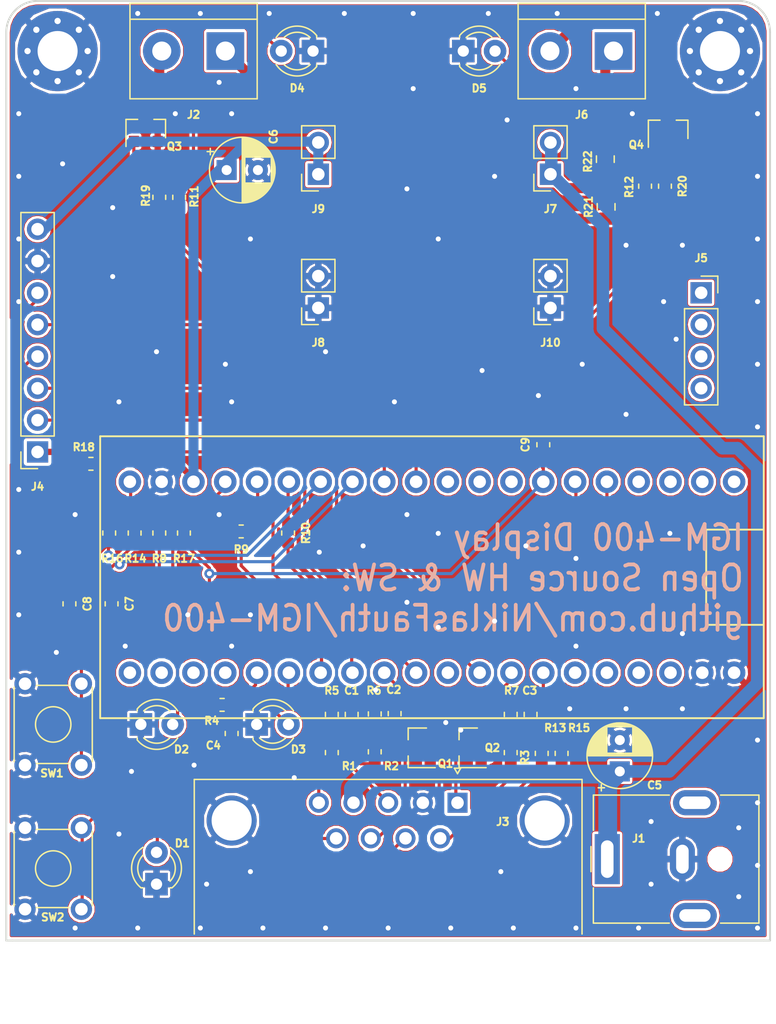
<source format=kicad_pcb>
(kicad_pcb (version 20171130) (host pcbnew 5.0.2-bee76a0~70~ubuntu18.04.1)
  (layers (0 F.Cu signal) (31 B.Cu signal) (34 B.Paste user hide) (35 F.Paste user) (36 B.SilkS user hide) (37 F.SilkS user) (38 B.Mask user) (39 F.Mask user) (44 Edge.Cuts user))
  (net 0 "")
  (net 1 "Net-(J4-Pad1)")
  (net 2 "Net-(J5-Pad1)")
  (net 3 "Net-(J5-Pad2)")
  (net 4 "Net-(J5-Pad3)")
  (net 5 "Net-(J5-Pad4)")
  (net 6 "Net-(J3-Pad1)")
  (net 7 "Net-(J3-Pad8)")
  (net 8 "Net-(U1-PadPB12)")
  (net 9 "Net-(U1-PadPB13)")
  (net 10 "Net-(U1-PadPB14)")
  (net 11 "Net-(U1-PadPB15)")
  (net 12 "Net-(U1-PadPA11)")
  (net 13 "Net-(U1-PadPA12)")
  (net 14 "Net-(U1-PadPA15)")
  (net 15 "Net-(U1-PadVBAT)")
  (net 16 "Net-(U1-PadPC13)")
  (net 17 "Net-(U1-PadPC14)")
  (net 18 "Net-(U1-PadPC15)")
  (net 19 "Net-(U1-PadPA6)")
  (net 20 "Net-(U1-PadPB10)")
  (net 21 "Net-(U1-PadPB11)")
  (net 22 "Net-(U1-PadNRST)")
  (net 23 "Net-(D1-Pad2)")
  (net 24 "Net-(D2-Pad2)")
  (net 25 "Net-(D3-Pad2)")
  (net 26 "Net-(J2-Pad1)")
  (net 27 "Net-(J2-Pad2)")
  (net 28 "Net-(J6-Pad2)")
  (net 29 "Net-(J6-Pad1)")
  (net 30 "Net-(D4-Pad2)")
  (net 31 "Net-(D5-Pad2)")
  (net 32 +24V)
  (net 33 I_LOW)
  (net 34 +3V3)
  (net 35 STATUS_OC)
  (net 36 +5V)
  (net 37 OUT1)
  (net 38 "Net-(Q3-Pad1)")
  (net 39 "Net-(Q4-Pad1)")
  (net 40 OUT2)
  (net 41 BUTTON_I)
  (net 42 "Net-(Q1-Pad1)")
  (net 43 MODE)
  (net 44 I_HIGH)
  (net 45 PWR)
  (net 46 EN)
  (net 47 "Net-(Q2-Pad1)")
  (net 48 GND)
  (net 49 B_IN)
  (net 50 A_IN)
  (net 51 A_REF)
  (net 52 DB9_REF)
  (net 53 DB9_C_IN)
  (net 54 C_IN)
  (net 55 DB9_B_IN)
  (net 56 DB9_A_IN)
  (net 57 BUTTON_PWR)
  (net 58 SCK)
  (net 59 MOSI)
  (net 60 DC)
  (net 61 RESET)
  (net 62 CS)
  (module BP:BLUEPILL (layer F.Cu) (at 83.5 101 270)
    (fp_text reference U1 hide)
    (fp_text value BP)
    (pad PB12 thru_hole circle (at -7.62 -24.13 270) (size 1.8 1.8) (drill 1) (layers *.Cu *.Mask) (net 8 "Net-(U1-PadPB12)"))
    (pad PB13 thru_hole circle (at -7.62 -21.59 270) (size 1.8 1.8) (drill 1) (layers *.Cu *.Mask) (net 9 "Net-(U1-PadPB13)"))
    (pad PB14 thru_hole circle (at -7.62 -19.05 270) (size 1.8 1.8) (drill 1) (layers *.Cu *.Mask) (net 10 "Net-(U1-PadPB14)"))
    (pad PB15 thru_hole circle (at -7.62 -16.51 270) (size 1.8 1.8) (drill 1) (layers *.Cu *.Mask) (net 11 "Net-(U1-PadPB15)"))
    (pad PA8 thru_hole circle (at -7.62 -13.97 270) (size 1.8 1.8) (drill 1) (layers *.Cu *.Mask) (net 46 EN))
    (pad PA9 thru_hole circle (at -7.62 -11.43 270) (size 1.8 1.8) (drill 1) (layers *.Cu *.Mask) (net 43 MODE))
    (pad PA10 thru_hole circle (at -7.62 -8.89 270) (size 1.8 1.8) (drill 1) (layers *.Cu *.Mask) (net 35 STATUS_OC))
    (pad PA11 thru_hole circle (at -7.62 -6.35 270) (size 1.8 1.8) (drill 1) (layers *.Cu *.Mask) (net 12 "Net-(U1-PadPA11)"))
    (pad PA12 thru_hole circle (at -7.62 -3.81 270) (size 1.8 1.8) (drill 1) (layers *.Cu *.Mask) (net 13 "Net-(U1-PadPA12)"))
    (pad PA15 thru_hole circle (at -7.62 -1.27 270) (size 1.8 1.8) (drill 1) (layers *.Cu *.Mask) (net 14 "Net-(U1-PadPA15)"))
    (pad PB3 thru_hole circle (at -7.62 1.27 270) (size 1.8 1.8) (drill 1) (layers *.Cu *.Mask) (net 40 OUT2))
    (pad PB4 thru_hole circle (at -7.62 3.81 270) (size 1.8 1.8) (drill 1) (layers *.Cu *.Mask) (net 37 OUT1))
    (pad PB5 thru_hole circle (at -7.62 6.35 270) (size 1.8 1.8) (drill 1) (layers *.Cu *.Mask) (net 41 BUTTON_I))
    (pad PB6 thru_hole circle (at -7.62 8.89 270) (size 1.8 1.8) (drill 1) (layers *.Cu *.Mask) (net 57 BUTTON_PWR))
    (pad PB7 thru_hole circle (at -7.62 11.43 270) (size 1.8 1.8) (drill 1) (layers *.Cu *.Mask) (net 44 I_HIGH))
    (pad PB8 thru_hole circle (at -7.62 13.97 270) (size 1.8 1.8) (drill 1) (layers *.Cu *.Mask) (net 33 I_LOW))
    (pad PB9 thru_hole circle (at -7.62 16.51 270) (size 1.8 1.8) (drill 1) (layers *.Cu *.Mask) (net 45 PWR))
    (pad G thru_hole circle (at -7.62 21.59 270) (size 1.8 1.8) (drill 1) (layers *.Cu *.Mask) (net 48 GND))
    (pad 3V3 thru_hole circle (at -7.62 24.13 270) (size 1.8 1.8) (drill 1) (layers *.Cu *.Mask) (net 34 +3V3))
    (pad VBAT thru_hole circle (at 7.62 24.13 270) (size 1.8 1.8) (drill 1) (layers *.Cu *.Mask) (net 15 "Net-(U1-PadVBAT)"))
    (pad PC13 thru_hole circle (at 7.62 21.59 270) (size 1.8 1.8) (drill 1) (layers *.Cu *.Mask) (net 16 "Net-(U1-PadPC13)"))
    (pad PC14 thru_hole circle (at 7.62 19.05 270) (size 1.8 1.8) (drill 1) (layers *.Cu *.Mask) (net 17 "Net-(U1-PadPC14)"))
    (pad PC15 thru_hole circle (at 7.62 16.51 270) (size 1.8 1.8) (drill 1) (layers *.Cu *.Mask) (net 18 "Net-(U1-PadPC15)"))
    (pad PA0 thru_hole circle (at 7.62 13.97 270) (size 1.8 1.8) (drill 1) (layers *.Cu *.Mask) (net 51 A_REF))
    (pad PA1 thru_hole circle (at 7.62 11.43 270) (size 1.8 1.8) (drill 1) (layers *.Cu *.Mask) (net 50 A_IN))
    (pad PA2 thru_hole circle (at 7.62 8.89 270) (size 1.8 1.8) (drill 1) (layers *.Cu *.Mask) (net 62 CS))
    (pad PA3 thru_hole circle (at 7.62 6.35 270) (size 1.8 1.8) (drill 1) (layers *.Cu *.Mask) (net 60 DC))
    (pad PA4 thru_hole circle (at 7.62 3.81 270) (size 1.8 1.8) (drill 1) (layers *.Cu *.Mask) (net 61 RESET))
    (pad PA5 thru_hole circle (at 7.62 1.27 270) (size 1.8 1.8) (drill 1) (layers *.Cu *.Mask) (net 58 SCK))
    (pad PA6 thru_hole circle (at 7.62 -1.27 270) (size 1.8 1.8) (drill 1) (layers *.Cu *.Mask) (net 19 "Net-(U1-PadPA6)"))
    (pad PA7 thru_hole circle (at 7.62 -3.81 270) (size 1.8 1.8) (drill 1) (layers *.Cu *.Mask) (net 59 MOSI))
    (pad PB0 thru_hole circle (at 7.62 -6.35 270) (size 1.8 1.8) (drill 1) (layers *.Cu *.Mask) (net 49 B_IN))
    (pad PB1 thru_hole circle (at 7.62 -8.89 270) (size 1.8 1.8) (drill 1) (layers *.Cu *.Mask) (net 54 C_IN))
    (pad PB10 thru_hole circle (at 7.62 -11.43 270) (size 1.8 1.8) (drill 1) (layers *.Cu *.Mask) (net 20 "Net-(U1-PadPB10)"))
    (pad PB11 thru_hole circle (at 7.62 -13.97 270) (size 1.8 1.8) (drill 1) (layers *.Cu *.Mask) (net 21 "Net-(U1-PadPB11)"))
    (pad NRST thru_hole circle (at 7.62 -16.51 270) (size 1.8 1.8) (drill 1) (layers *.Cu *.Mask) (net 22 "Net-(U1-PadNRST)"))
    (pad 3V3 thru_hole circle (at 7.62 -19.05 270) (size 1.8 1.8) (drill 1) (layers *.Cu *.Mask) (net 34 +3V3))
    (pad G thru_hole circle (at 7.62 -21.59 270) (size 1.8 1.8) (drill 1) (layers *.Cu *.Mask) (net 48 GND))
    (pad G thru_hole circle (at 7.62 -24.13 270) (size 1.8 1.8) (drill 1) (layers *.Cu *.Mask) (net 48 GND))
    (pad 5V thru_hole circle (at -7.62 19.05 270) (size 1.8 1.8) (drill 1) (layers *.Cu *.Mask) (net 36 +5V))
  )
  (module MountingHole:MountingHole_3.2mm_M3_Pad_Via (layer F.Cu) (at 53.6 59)
    (fp_text reference H1 hide)
    (fp_text value MountingHole_Pad)
    (pad 1 thru_hole circle (at 1.697056 -1.697056) (size 0.8 0.8) (drill 0.5) (layers *.Cu *.Mask) (net 48 GND))
    (pad 1 thru_hole circle (at 0 -2.4) (size 0.8 0.8) (drill 0.5) (layers *.Cu *.Mask) (net 48 GND))
    (pad 1 thru_hole circle (at -1.697056 -1.697056) (size 0.8 0.8) (drill 0.5) (layers *.Cu *.Mask) (net 48 GND))
    (pad 1 thru_hole circle (at -2.4 0) (size 0.8 0.8) (drill 0.5) (layers *.Cu *.Mask) (net 48 GND))
    (pad 1 thru_hole circle (at -1.697056 1.697056) (size 0.8 0.8) (drill 0.5) (layers *.Cu *.Mask) (net 48 GND))
    (pad 1 thru_hole circle (at 0 2.4) (size 0.8 0.8) (drill 0.5) (layers *.Cu *.Mask) (net 48 GND))
    (pad 1 thru_hole circle (at 1.697056 1.697056) (size 0.8 0.8) (drill 0.5) (layers *.Cu *.Mask) (net 48 GND))
    (pad 1 thru_hole circle (at 2.4 0) (size 0.8 0.8) (drill 0.5) (layers *.Cu *.Mask) (net 48 GND))
    (pad 1 thru_hole circle (at 0 0) (size 6.4 6.4) (drill 3.2) (layers *.Cu *.Mask) (net 48 GND))
  )
  (module MountingHole:MountingHole_3.2mm_M3_Pad_Via (layer F.Cu) (at 106.5 59)
    (fp_text reference H2 hide)
    (fp_text value MountingHole_Pad)
    (pad 1 thru_hole circle (at 0 0) (size 6.4 6.4) (drill 3.2) (layers *.Cu *.Mask) (net 48 GND))
    (pad 1 thru_hole circle (at 2.4 0) (size 0.8 0.8) (drill 0.5) (layers *.Cu *.Mask) (net 48 GND))
    (pad 1 thru_hole circle (at 1.697056 1.697056) (size 0.8 0.8) (drill 0.5) (layers *.Cu *.Mask) (net 48 GND))
    (pad 1 thru_hole circle (at 0 2.4) (size 0.8 0.8) (drill 0.5) (layers *.Cu *.Mask) (net 48 GND))
    (pad 1 thru_hole circle (at -1.697056 1.697056) (size 0.8 0.8) (drill 0.5) (layers *.Cu *.Mask) (net 48 GND))
    (pad 1 thru_hole circle (at -2.4 0) (size 0.8 0.8) (drill 0.5) (layers *.Cu *.Mask) (net 48 GND))
    (pad 1 thru_hole circle (at -1.697056 -1.697056) (size 0.8 0.8) (drill 0.5) (layers *.Cu *.Mask) (net 48 GND))
    (pad 1 thru_hole circle (at 0 -2.4) (size 0.8 0.8) (drill 0.5) (layers *.Cu *.Mask) (net 48 GND))
    (pad 1 thru_hole circle (at 1.697056 -1.697056) (size 0.8 0.8) (drill 0.5) (layers *.Cu *.Mask) (net 48 GND))
  )
  (module Capacitor_SMD:C_0603_1608Metric (layer F.Cu) (at 77.089 111.9505 90)
    (fp_text reference C1 (at 1.905 0 180) (layer F.SilkS) (effects (font (size 0.6 0.6))))
    (fp_text value 1n)
    (pad 1 smd roundrect (at -0.7875 0 90) (size 0.875 0.95) (layers F.Cu F.Paste F.Mask) (net 50 A_IN))
    (pad 2 smd roundrect (at 0.7875 0 90) (size 0.875 0.95) (layers F.Cu F.Paste F.Mask) (net 48 GND))
  )
  (module Capacitor_SMD:C_0603_1608Metric (layer F.Cu) (at 91.3765 111.9505 90)
    (fp_text reference C3 (at 1.905 -0.0635 180) (layer F.SilkS) (effects (font (size 0.6 0.6))))
    (fp_text value 1n)
    (pad 2 smd roundrect (at 0.7875 0 90) (size 0.875 0.95) (layers F.Cu F.Paste F.Mask) (net 48 GND))
    (pad 1 smd roundrect (at -0.7875 0 90) (size 0.875 0.95) (layers F.Cu F.Paste F.Mask) (net 54 C_IN))
  )
  (module Capacitor_SMD:C_0603_1608Metric (layer F.Cu) (at 67.5005 113.4745 270)
    (fp_text reference C4 (at 0.9525 1.4605) (layer F.SilkS) (effects (font (size 0.6 0.6))))
    (fp_text value 1n)
    (pad 1 smd roundrect (at -0.7875 0 270) (size 0.875 0.95) (layers F.Cu F.Paste F.Mask) (net 51 A_REF))
    (pad 2 smd roundrect (at 0.7875 0 270) (size 0.875 0.95) (layers F.Cu F.Paste F.Mask) (net 48 GND))
  )
  (module Capacitor_SMD:C_0603_1608Metric (layer F.Cu) (at 57.912 103.124 270)
    (fp_text reference C7 (at 0 -1.43 270) (layer F.SilkS) (effects (font (size 0.6 0.6))))
    (fp_text value 1n)
    (pad 2 smd roundrect (at 0.7875 0 270) (size 0.875 0.95) (layers F.Cu F.Paste F.Mask) (net 48 GND))
    (pad 1 smd roundrect (at -0.7875 0 270) (size 0.875 0.95) (layers F.Cu F.Paste F.Mask) (net 41 BUTTON_I))
  )
  (module Capacitor_SMD:C_0603_1608Metric (layer F.Cu) (at 54.5465 103.124 270)
    (fp_text reference C8 (at 0 -1.43 270) (layer F.SilkS) (effects (font (size 0.6 0.6))))
    (fp_text value 1n)
    (pad 1 smd roundrect (at -0.7875 0 270) (size 0.875 0.95) (layers F.Cu F.Paste F.Mask) (net 57 BUTTON_PWR))
    (pad 2 smd roundrect (at 0.7875 0 270) (size 0.875 0.95) (layers F.Cu F.Paste F.Mask) (net 48 GND))
  )
  (module Capacitor_SMD:C_0603_1608Metric (layer F.Cu) (at 92.3925 90.424 90)
    (fp_text reference C9 (at 0 -1.43 90) (layer F.SilkS) (effects (font (size 0.6 0.6))))
    (fp_text value 1n)
    (pad 2 smd roundrect (at 0.7875 0 90) (size 0.875 0.95) (layers F.Cu F.Paste F.Mask) (net 48 GND))
    (pad 1 smd roundrect (at -0.7875 0 90) (size 0.875 0.95) (layers F.Cu F.Paste F.Mask) (net 35 STATUS_OC))
  )
  (module Capacitor_SMD:C_0603_1608Metric (layer F.Cu) (at 80.518 111.887 90)
    (fp_text reference C2 (at 1.905 -0.0635 180) (layer F.SilkS) (effects (font (size 0.6 0.6))))
    (fp_text value 1n)
    (pad 1 smd roundrect (at -0.7875 0 90) (size 0.875 0.95) (layers F.Cu F.Paste F.Mask) (net 49 B_IN))
    (pad 2 smd roundrect (at 0.7875 0 90) (size 0.875 0.95) (layers F.Cu F.Paste F.Mask) (net 48 GND))
  )
  (module Capacitor_THT:CP_Radial_D5.0mm_P2.50mm (layer F.Cu) (at 98.5 116.5 90)
    (fp_text reference C5 (at -1.102 2.7825 180) (layer F.SilkS) (effects (font (size 0.6 0.6))))
    (fp_text value 22u)
    (pad 2 thru_hole circle (at 2.5 0 90) (size 1.6 1.6) (drill 0.8) (layers *.Cu *.Mask) (net 48 GND))
    (pad 1 thru_hole rect (at 0 0 90) (size 1.6 1.6) (drill 0.8) (layers *.Cu *.Mask) (net 32 +24V))
  )
  (module Capacitor_THT:CP_Radial_D5.0mm_P2.50mm (layer F.Cu) (at 67.1 68.5)
    (fp_text reference C6 (at 3.7465 -2.667 -270) (layer F.SilkS) (effects (font (size 0.6 0.6))))
    (fp_text value 220u)
    (pad 1 thru_hole rect (at 0 0) (size 1.6 1.6) (drill 0.8) (layers *.Cu *.Mask) (net 36 +5V))
    (pad 2 thru_hole circle (at 2.5 0) (size 1.6 1.6) (drill 0.8) (layers *.Cu *.Mask) (net 48 GND))
  )
  (module Connector_PinSocket_2.54mm:PinSocket_1x02_P2.54mm_Vertical (layer F.Cu) (at 92.964 68.834 180)
    (fp_text reference J7 (at 0 -2.77 180) (layer F.SilkS) (effects (font (size 0.6 0.6))))
    (fp_text value Conn_01x02)
    (pad 2 thru_hole oval (at 0 2.54 180) (size 1.7 1.7) (drill 1) (layers *.Cu *.Mask) (net 32 +24V))
    (pad 1 thru_hole rect (at 0 0 180) (size 1.7 1.7) (drill 1) (layers *.Cu *.Mask) (net 32 +24V))
  )
  (module Connector_PinSocket_2.54mm:PinSocket_1x02_P2.54mm_Vertical (layer F.Cu) (at 74.422 68.834 180)
    (fp_text reference J9 (at 0 -2.77 180) (layer F.SilkS) (effects (font (size 0.6 0.6))))
    (fp_text value Conn_01x02)
    (pad 1 thru_hole rect (at 0 0 180) (size 1.7 1.7) (drill 1) (layers *.Cu *.Mask) (net 36 +5V))
    (pad 2 thru_hole oval (at 0 2.54 180) (size 1.7 1.7) (drill 1) (layers *.Cu *.Mask) (net 36 +5V))
  )
  (module Connector_PinSocket_2.54mm:PinSocket_1x02_P2.54mm_Vertical (layer F.Cu) (at 92.963999 79.502 180)
    (fp_text reference J10 (at 0 -2.77 180) (layer F.SilkS) (effects (font (size 0.6 0.6))))
    (fp_text value Conn_01x02)
    (pad 2 thru_hole oval (at 0 2.54 180) (size 1.7 1.7) (drill 1) (layers *.Cu *.Mask) (net 48 GND))
    (pad 1 thru_hole rect (at 0 0 180) (size 1.7 1.7) (drill 1) (layers *.Cu *.Mask) (net 48 GND))
  )
  (module Connector_PinSocket_2.54mm:PinSocket_1x02_P2.54mm_Vertical (layer F.Cu) (at 74.422 79.501999 180)
    (fp_text reference J8 (at 0 -2.77 180) (layer F.SilkS) (effects (font (size 0.6 0.6))))
    (fp_text value Conn_01x02)
    (pad 1 thru_hole rect (at 0 0 180) (size 1.7 1.7) (drill 1) (layers *.Cu *.Mask) (net 48 GND))
    (pad 2 thru_hole oval (at 0 2.54 180) (size 1.7 1.7) (drill 1) (layers *.Cu *.Mask) (net 48 GND))
  )
  (module Package_TO_SOT_SMD:SOT-23 (layer F.Cu) (at 86.4235 114.6175 180)
    (fp_text reference Q2 (at -1.905 0 180) (layer F.SilkS) (effects (font (size 0.6 0.6))))
    (fp_text value 2N7002)
    (pad 3 smd rect (at 1 0 180) (size 0.9 0.8) (layers F.Cu F.Paste F.Mask) (net 6 "Net-(J3-Pad1)"))
    (pad 2 smd rect (at -1 0.95 180) (size 0.9 0.8) (layers F.Cu F.Paste F.Mask) (net 48 GND))
    (pad 1 smd rect (at -1 -0.95 180) (size 0.9 0.8) (layers F.Cu F.Paste F.Mask) (net 47 "Net-(Q2-Pad1)"))
  )
  (module Package_TO_SOT_SMD:SOT-23 (layer F.Cu) (at 82.3595 114.6175 180)
    (fp_text reference Q1 (at -2.2225 -1.27 180) (layer F.SilkS) (effects (font (size 0.6 0.6))))
    (fp_text value 2N7002)
    (pad 1 smd rect (at -1 -0.95 180) (size 0.9 0.8) (layers F.Cu F.Paste F.Mask) (net 42 "Net-(Q1-Pad1)"))
    (pad 2 smd rect (at -1 0.95 180) (size 0.9 0.8) (layers F.Cu F.Paste F.Mask) (net 48 GND))
    (pad 3 smd rect (at 1 0 180) (size 0.9 0.8) (layers F.Cu F.Paste F.Mask) (net 7 "Net-(J3-Pad8)"))
  )
  (module Package_TO_SOT_SMD:SOT-23 (layer F.Cu) (at 60.6425 65.2145 90)
    (fp_text reference Q3 (at -1.397 2.286 180) (layer F.SilkS) (effects (font (size 0.6 0.6))))
    (fp_text value 2N7002)
    (pad 3 smd rect (at 1 0 90) (size 0.9 0.8) (layers F.Cu F.Paste F.Mask) (net 27 "Net-(J2-Pad2)"))
    (pad 2 smd rect (at -1 0.95 90) (size 0.9 0.8) (layers F.Cu F.Paste F.Mask) (net 48 GND))
    (pad 1 smd rect (at -1 -0.95 90) (size 0.9 0.8) (layers F.Cu F.Paste F.Mask) (net 38 "Net-(Q3-Pad1)"))
  )
  (module Package_TO_SOT_SMD:SOT-23 (layer F.Cu) (at 102.362 65.278 90)
    (fp_text reference Q4 (at -1.2065 -2.54 180) (layer F.SilkS) (effects (font (size 0.6 0.6))))
    (fp_text value 2N7002)
    (pad 1 smd rect (at -1 -0.95 90) (size 0.9 0.8) (layers F.Cu F.Paste F.Mask) (net 39 "Net-(Q4-Pad1)"))
    (pad 2 smd rect (at -1 0.95 90) (size 0.9 0.8) (layers F.Cu F.Paste F.Mask) (net 48 GND))
    (pad 3 smd rect (at 1 0 90) (size 0.9 0.8) (layers F.Cu F.Paste F.Mask) (net 28 "Net-(J6-Pad2)"))
  )
  (module Resistor_SMD:R_0603_1608Metric (layer F.Cu) (at 89.789 111.9505 270)
    (fp_text reference R7 (at -1.905 -0.0635) (layer F.SilkS) (effects (font (size 0.6 0.6))))
    (fp_text value 100)
    (pad 2 smd roundrect (at 0.7875 0 270) (size 0.875 0.95) (layers F.Cu F.Paste F.Mask) (net 54 C_IN))
    (pad 1 smd roundrect (at -0.7875 0 270) (size 0.875 0.95) (layers F.Cu F.Paste F.Mask) (net 48 GND))
  )
  (module Resistor_SMD:R_0603_1608Metric (layer F.Cu) (at 57.7215 97.4725 90)
    (fp_text reference R16 (at -2.032 0.254 180) (layer F.SilkS) (effects (font (size 0.6 0.6))))
    (fp_text value 10k)
    (pad 1 smd roundrect (at -0.7875 0 90) (size 0.875 0.95) (layers F.Cu F.Paste F.Mask) (net 57 BUTTON_PWR))
    (pad 2 smd roundrect (at 0.7875 0 90) (size 0.875 0.95) (layers F.Cu F.Paste F.Mask) (net 34 +3V3))
  )
  (module Resistor_SMD:R_0603_1608Metric (layer F.Cu) (at 75.5015 114.9985 270)
    (fp_text reference R1 (at 1.0795 -1.397) (layer F.SilkS) (effects (font (size 0.6 0.6))))
    (fp_text value 100)
    (pad 2 smd roundrect (at 0.7875 0 270) (size 0.875 0.95) (layers F.Cu F.Paste F.Mask) (net 56 DB9_A_IN))
    (pad 1 smd roundrect (at -0.7875 0 270) (size 0.875 0.95) (layers F.Cu F.Paste F.Mask) (net 50 A_IN))
  )
  (module Resistor_SMD:R_0603_1608Metric (layer F.Cu) (at 78.9305 114.935 270)
    (fp_text reference R2 (at 1.143 -1.3335) (layer F.SilkS) (effects (font (size 0.6 0.6))))
    (fp_text value 100)
    (pad 1 smd roundrect (at -0.7875 0 270) (size 0.875 0.95) (layers F.Cu F.Paste F.Mask) (net 49 B_IN))
    (pad 2 smd roundrect (at 0.7875 0 270) (size 0.875 0.95) (layers F.Cu F.Paste F.Mask) (net 55 DB9_B_IN))
  )
  (module Resistor_SMD:R_0603_1608Metric (layer F.Cu) (at 89.789 114.9985 270)
    (fp_text reference R3 (at 0.381 -1.143 270) (layer F.SilkS) (effects (font (size 0.6 0.6))))
    (fp_text value 100)
    (pad 2 smd roundrect (at 0.7875 0 270) (size 0.875 0.95) (layers F.Cu F.Paste F.Mask) (net 53 DB9_C_IN))
    (pad 1 smd roundrect (at -0.7875 0 270) (size 0.875 0.95) (layers F.Cu F.Paste F.Mask) (net 54 C_IN))
  )
  (module Resistor_SMD:R_0603_1608Metric (layer F.Cu) (at 66.7385 111.1885 180)
    (fp_text reference R4 (at 0.8255 -1.27 180) (layer F.SilkS) (effects (font (size 0.6 0.6))))
    (fp_text value 100)
    (pad 1 smd roundrect (at -0.7875 0 180) (size 0.875 0.95) (layers F.Cu F.Paste F.Mask) (net 51 A_REF))
    (pad 2 smd roundrect (at 0.7875 0 180) (size 0.875 0.95) (layers F.Cu F.Paste F.Mask) (net 52 DB9_REF))
  )
  (module Resistor_SMD:R_0603_1608Metric (layer F.Cu) (at 75.5015 111.9505 270)
    (fp_text reference R5 (at -1.905 0) (layer F.SilkS) (effects (font (size 0.6 0.6))))
    (fp_text value 100)
    (pad 2 smd roundrect (at 0.7875 0 270) (size 0.875 0.95) (layers F.Cu F.Paste F.Mask) (net 50 A_IN))
    (pad 1 smd roundrect (at -0.7875 0 270) (size 0.875 0.95) (layers F.Cu F.Paste F.Mask) (net 48 GND))
  )
  (module Resistor_SMD:R_0603_1608Metric (layer F.Cu) (at 78.9305 111.912501 270)
    (fp_text reference R6 (at -1.867001 0.0635) (layer F.SilkS) (effects (font (size 0.6 0.6))))
    (fp_text value 100)
    (pad 1 smd roundrect (at -0.7875 0 270) (size 0.875 0.95) (layers F.Cu F.Paste F.Mask) (net 48 GND))
    (pad 2 smd roundrect (at 0.7875 0 270) (size 0.875 0.95) (layers F.Cu F.Paste F.Mask) (net 49 B_IN))
  )
  (module Resistor_SMD:R_0603_1608Metric (layer F.Cu) (at 93.853 115.062 90)
    (fp_text reference R15 (at 2.032 1.397 180) (layer F.SilkS) (effects (font (size 0.6 0.6))))
    (fp_text value 10k)
    (pad 2 smd roundrect (at 0.7875 0 90) (size 0.875 0.95) (layers F.Cu F.Paste F.Mask) (net 46 EN))
    (pad 1 smd roundrect (at -0.7875 0 90) (size 0.875 0.95) (layers F.Cu F.Paste F.Mask) (net 47 "Net-(Q2-Pad1)"))
  )
  (module Resistor_SMD:R_0603_1608Metric (layer F.Cu) (at 61.722 97.4725 270)
    (fp_text reference R8 (at 2.032 0) (layer F.SilkS) (effects (font (size 0.6 0.6))))
    (fp_text value 470)
    (pad 1 smd roundrect (at -0.7875 0 270) (size 0.875 0.95) (layers F.Cu F.Paste F.Mask) (net 45 PWR))
    (pad 2 smd roundrect (at 0.7875 0 270) (size 0.875 0.95) (layers F.Cu F.Paste F.Mask) (net 23 "Net-(D1-Pad2)"))
  )
  (module Resistor_SMD:R_0603_1608Metric (layer F.Cu) (at 72.009 97.4725 270)
    (fp_text reference R10 (at 0 -1.43 270) (layer F.SilkS) (effects (font (size 0.6 0.6))))
    (fp_text value 470)
    (pad 2 smd roundrect (at 0.7875 0 270) (size 0.875 0.95) (layers F.Cu F.Paste F.Mask) (net 25 "Net-(D3-Pad2)"))
    (pad 1 smd roundrect (at -0.7875 0 270) (size 0.875 0.95) (layers F.Cu F.Paste F.Mask) (net 44 I_HIGH))
  )
  (module Resistor_SMD:R_0603_1608Metric (layer F.Cu) (at 63.3095 70.6755 90)
    (fp_text reference R11 (at 0.0635 1.2065 90) (layer F.SilkS) (effects (font (size 0.6 0.6))))
    (fp_text value 470)
    (pad 1 smd roundrect (at -0.7875 0 90) (size 0.875 0.95) (layers F.Cu F.Paste F.Mask) (net 37 OUT1))
    (pad 2 smd roundrect (at 0.7875 0 90) (size 0.875 0.95) (layers F.Cu F.Paste F.Mask) (net 30 "Net-(D4-Pad2)"))
  )
  (module Resistor_SMD:R_0603_1608Metric (layer F.Cu) (at 100.5205 69.7865 90)
    (fp_text reference R12 (at -0.0635 -1.27 90) (layer F.SilkS) (effects (font (size 0.6 0.6))))
    (fp_text value 470)
    (pad 2 smd roundrect (at 0.7875 0 90) (size 0.875 0.95) (layers F.Cu F.Paste F.Mask) (net 31 "Net-(D5-Pad2)"))
    (pad 1 smd roundrect (at -0.7875 0 90) (size 0.875 0.95) (layers F.Cu F.Paste F.Mask) (net 40 OUT2))
  )
  (module Resistor_SMD:R_0603_1608Metric (layer F.Cu) (at 92.2655 115.062 90)
    (fp_text reference R13 (at 2.032 1.0795 180) (layer F.SilkS) (effects (font (size 0.6 0.6))))
    (fp_text value 10k)
    (pad 1 smd roundrect (at -0.7875 0 90) (size 0.875 0.95) (layers F.Cu F.Paste F.Mask) (net 42 "Net-(Q1-Pad1)"))
    (pad 2 smd roundrect (at 0.7875 0 90) (size 0.875 0.95) (layers F.Cu F.Paste F.Mask) (net 43 MODE))
  )
  (module Resistor_SMD:R_0603_1608Metric (layer F.Cu) (at 59.7535 97.4725 90)
    (fp_text reference R14 (at -2.032 0.0635 180) (layer F.SilkS) (effects (font (size 0.6 0.6))))
    (fp_text value 10k)
    (pad 2 smd roundrect (at 0.7875 0 90) (size 0.875 0.95) (layers F.Cu F.Paste F.Mask) (net 34 +3V3))
    (pad 1 smd roundrect (at -0.7875 0 90) (size 0.875 0.95) (layers F.Cu F.Paste F.Mask) (net 41 BUTTON_I))
  )
  (module Resistor_SMD:R_0603_1608Metric (layer F.Cu) (at 102.108 69.7865 270)
    (fp_text reference R20 (at 0 -1.397 270) (layer F.SilkS) (effects (font (size 0.6 0.6))))
    (fp_text value 10k)
    (pad 1 smd roundrect (at -0.7875 0 270) (size 0.875 0.95) (layers F.Cu F.Paste F.Mask) (net 39 "Net-(Q4-Pad1)"))
    (pad 2 smd roundrect (at 0.7875 0 270) (size 0.875 0.95) (layers F.Cu F.Paste F.Mask) (net 40 OUT2))
  )
  (module Resistor_SMD:R_0603_1608Metric (layer F.Cu) (at 61.722 70.6755 270)
    (fp_text reference R19 (at -0.127 1.0795 270) (layer F.SilkS) (effects (font (size 0.6 0.6))))
    (fp_text value 10k)
    (pad 2 smd roundrect (at 0.7875 0 270) (size 0.875 0.95) (layers F.Cu F.Paste F.Mask) (net 37 OUT1))
    (pad 1 smd roundrect (at -0.7875 0 270) (size 0.875 0.95) (layers F.Cu F.Paste F.Mask) (net 38 "Net-(Q3-Pad1)"))
  )
  (module Resistor_SMD:R_0603_1608Metric (layer F.Cu) (at 56.261 91.948)
    (fp_text reference R18 (at -0.5715 -1.3335) (layer F.SilkS) (effects (font (size 0.6 0.6))))
    (fp_text value 10R)
    (pad 1 smd roundrect (at -0.7875 0) (size 0.875 0.95) (layers F.Cu F.Paste F.Mask) (net 1 "Net-(J4-Pad1)"))
    (pad 2 smd roundrect (at 0.7875 0) (size 0.875 0.95) (layers F.Cu F.Paste F.Mask) (net 36 +5V))
  )
  (module Resistor_SMD:R_0603_1608Metric (layer F.Cu) (at 63.6905 97.4725 90)
    (fp_text reference R17 (at -2.032 0 180) (layer F.SilkS) (effects (font (size 0.6 0.6))))
    (fp_text value 10k)
    (pad 2 smd roundrect (at 0.7875 0 90) (size 0.875 0.95) (layers F.Cu F.Paste F.Mask) (net 34 +3V3))
    (pad 1 smd roundrect (at -0.7875 0 90) (size 0.875 0.95) (layers F.Cu F.Paste F.Mask) (net 35 STATUS_OC))
  )
  (module Resistor_SMD:R_0603_1608Metric (layer F.Cu) (at 68.2625 97.3455 180)
    (fp_text reference R9 (at 0 -1.43 180) (layer F.SilkS) (effects (font (size 0.6 0.6))))
    (fp_text value 470)
    (pad 1 smd roundrect (at -0.7875 0 180) (size 0.875 0.95) (layers F.Cu F.Paste F.Mask) (net 33 I_LOW))
    (pad 2 smd roundrect (at 0.7875 0 180) (size 0.875 0.95) (layers F.Cu F.Paste F.Mask) (net 24 "Net-(D2-Pad2)"))
  )
  (module Resistor_SMD:R_0805_2012Metric (layer F.Cu) (at 97.3455 67.6275 270)
    (fp_text reference R22 (at 0.1905 1.397 270) (layer F.SilkS) (effects (font (size 0.6 0.6))))
    (fp_text value 0R)
    (pad 2 smd roundrect (at 0.9375 0 270) (size 0.975 1.4) (layers F.Cu F.Paste F.Mask) (net 32 +24V))
    (pad 1 smd roundrect (at -0.9375 0 270) (size 0.975 1.4) (layers F.Cu F.Paste F.Mask) (net 29 "Net-(J6-Pad1)"))
  )
  (module Resistor_SMD:R_0805_2012Metric (layer F.Cu) (at 97.409 71.4375 90)
    (fp_text reference R21 (at 0 -1.397 90) (layer F.SilkS) (effects (font (size 0.6 0.6))))
    (fp_text value 0R)
    (pad 1 smd roundrect (at -0.9375 0 90) (size 0.975 1.4) (layers F.Cu F.Paste F.Mask) (net 26 "Net-(J2-Pad1)"))
    (pad 2 smd roundrect (at 0.9375 0 90) (size 0.975 1.4) (layers F.Cu F.Paste F.Mask) (net 32 +24V))
  )
  (module LED_THT:LED_D3.0mm (layer F.Cu) (at 86 59)
    (fp_text reference D5 (at 1.27 2.976) (layer F.SilkS) (effects (font (size 0.6 0.6))))
    (fp_text value LED)
    (pad 2 thru_hole circle (at 2.54 0) (size 1.8 1.8) (drill 0.9) (layers *.Cu *.Mask) (net 31 "Net-(D5-Pad2)"))
    (pad 1 thru_hole rect (at 0 0) (size 1.8 1.8) (drill 0.9) (layers *.Cu *.Mask) (net 48 GND))
  )
  (module LED_THT:LED_D3.0mm (layer F.Cu) (at 74 59 180)
    (fp_text reference D4 (at 1.27 -2.96 180) (layer F.SilkS) (effects (font (size 0.6 0.6))))
    (fp_text value LED)
    (pad 1 thru_hole rect (at 0 0 180) (size 1.8 1.8) (drill 0.9) (layers *.Cu *.Mask) (net 48 GND))
    (pad 2 thru_hole circle (at 2.54 0 180) (size 1.8 1.8) (drill 0.9) (layers *.Cu *.Mask) (net 30 "Net-(D4-Pad2)"))
  )
  (module TerminalBlock:TerminalBlock_bornier-2_P5.08mm (layer F.Cu) (at 98 59 180)
    (fp_text reference J6 (at 2.54 -5.08 180) (layer F.SilkS) (effects (font (size 0.6 0.6))))
    (fp_text value Screw_Terminal_01x02)
    (pad 2 thru_hole circle (at 5.08 0 180) (size 3 3) (drill 1.52) (layers *.Cu *.Mask) (net 28 "Net-(J6-Pad2)"))
    (pad 1 thru_hole rect (at 0 0 180) (size 3 3) (drill 1.52) (layers *.Cu *.Mask) (net 29 "Net-(J6-Pad1)"))
  )
  (module TerminalBlock:TerminalBlock_bornier-2_P5.08mm (layer F.Cu) (at 67 59 180)
    (fp_text reference J2 (at 2.54 -5.08 180) (layer F.SilkS) (effects (font (size 0.6 0.6))))
    (fp_text value Screw_Terminal_01x02)
    (pad 1 thru_hole rect (at 0 0 180) (size 3 3) (drill 1.52) (layers *.Cu *.Mask) (net 26 "Net-(J2-Pad1)"))
    (pad 2 thru_hole circle (at 5.08 0 180) (size 3 3) (drill 1.52) (layers *.Cu *.Mask) (net 27 "Net-(J2-Pad2)"))
  )
  (module Button_Switch_THT:SW_TH_Tactile_Omron_B3F-10xx (layer F.Cu) (at 55.5 121 270)
    (fp_text reference SW2 (at 7.143 2.287) (layer F.SilkS) (effects (font (size 0.6 0.6))))
    (fp_text value SW_Push_Dual)
    (pad 4 thru_hole circle (at 6.5 4.5 270) (size 1.7 1.7) (drill 1) (layers *.Cu *.Mask) (net 48 GND))
    (pad 3 thru_hole circle (at 0 4.5 270) (size 1.7 1.7) (drill 1) (layers *.Cu *.Mask) (net 48 GND))
    (pad 2 thru_hole circle (at 6.5 0 270) (size 1.7 1.7) (drill 1) (layers *.Cu *.Mask) (net 41 BUTTON_I))
    (pad 1 thru_hole circle (at 0 0 270) (size 1.7 1.7) (drill 1) (layers *.Cu *.Mask) (net 41 BUTTON_I))
  )
  (module LED_THT:LED_D3.0mm (layer F.Cu) (at 69.5 112.75)
    (fp_text reference D3 (at 3.3345 1.9945) (layer F.SilkS) (effects (font (size 0.6 0.6))))
    (fp_text value LED)
    (pad 1 thru_hole rect (at 0 0) (size 1.8 1.8) (drill 0.9) (layers *.Cu *.Mask) (net 48 GND))
    (pad 2 thru_hole circle (at 2.54 0) (size 1.8 1.8) (drill 0.9) (layers *.Cu *.Mask) (net 25 "Net-(D3-Pad2)"))
  )
  (module LED_THT:LED_D3.0mm (layer F.Cu) (at 60.25 112.75)
    (fp_text reference D2 (at 3.25 1.9945) (layer F.SilkS) (effects (font (size 0.6 0.6))))
    (fp_text value LED)
    (pad 2 thru_hole circle (at 2.54 0) (size 1.8 1.8) (drill 0.9) (layers *.Cu *.Mask) (net 24 "Net-(D2-Pad2)"))
    (pad 1 thru_hole rect (at 0 0) (size 1.8 1.8) (drill 0.9) (layers *.Cu *.Mask) (net 48 GND))
  )
  (module LED_THT:LED_D3.0mm (layer F.Cu) (at 61.5 125.5 90)
    (fp_text reference D1 (at 3.2625 2.0635 180) (layer F.SilkS) (effects (font (size 0.6 0.6))))
    (fp_text value LED)
    (pad 1 thru_hole rect (at 0 0 90) (size 1.8 1.8) (drill 0.9) (layers *.Cu *.Mask) (net 48 GND))
    (pad 2 thru_hole circle (at 2.54 0 90) (size 1.8 1.8) (drill 0.9) (layers *.Cu *.Mask) (net 23 "Net-(D1-Pad2)"))
  )
  (module Button_Switch_THT:SW_TH_Tactile_Omron_B3F-10xx (layer F.Cu) (at 55.5 109.5 270)
    (fp_text reference SW1 (at 7.1495 2.3505) (layer F.SilkS) (effects (font (size 0.6 0.6))))
    (fp_text value SW_Push_Dual)
    (pad 4 thru_hole circle (at 6.5 4.5 270) (size 1.7 1.7) (drill 1) (layers *.Cu *.Mask) (net 48 GND))
    (pad 3 thru_hole circle (at 0 4.5 270) (size 1.7 1.7) (drill 1) (layers *.Cu *.Mask) (net 48 GND))
    (pad 2 thru_hole circle (at 6.5 0 270) (size 1.7 1.7) (drill 1) (layers *.Cu *.Mask) (net 57 BUTTON_PWR))
    (pad 1 thru_hole circle (at 0 0 270) (size 1.7 1.7) (drill 1) (layers *.Cu *.Mask) (net 57 BUTTON_PWR))
  )
  (module Connector_BarrelJack:BarrelJack_CUI_PJ-063AH_Horizontal (layer F.Cu) (at 97.5 123.5 90)
    (fp_text reference J1 (at 1.6435 2.5125 180) (layer F.SilkS) (effects (font (size 0.6 0.6))))
    (fp_text value Barrel_Jack_Switch)
    (pad 1 thru_hole rect (at 0 0 90) (size 4 2) (drill oval 3 1) (layers *.Cu *.Mask) (net 32 +24V))
    (pad 2 thru_hole oval (at 0 6 90) (size 3.3 2) (drill oval 2.3 1) (layers *.Cu *.Mask) (net 48 GND))
    (pad MP thru_hole oval (at -4.5 7 90) (size 2 3.5) (drill oval 1 2.5) (layers *.Cu *.Mask))
    (pad MP thru_hole oval (at 4.5 7 90) (size 2 3.5) (drill oval 1 2.5) (layers *.Cu *.Mask))
    (pad "" np_thru_hole circle (at 0 9 90) (size 1.6 1.6) (drill 1.6) (layers *.Cu *.Mask))
  )
  (module Connector_Dsub:DSUB-9_Female_Horizontal_P2.77x2.84mm_EdgePinOffset7.70mm_Housed_MountingHolesOffset9.12mm (layer F.Cu) (at 85.54 119)
    (fp_text reference J3 (at 3.614 1.523) (layer F.SilkS) (effects (font (size 0.6 0.6))))
    (fp_text value DB9_Female_MountingHoles)
    (pad 1 thru_hole rect (at 0 0) (size 1.6 1.6) (drill 1) (layers *.Cu *.Mask) (net 6 "Net-(J3-Pad1)"))
    (pad 2 thru_hole circle (at -2.77 0) (size 1.6 1.6) (drill 1) (layers *.Cu *.Mask) (net 48 GND))
    (pad 3 thru_hole circle (at -5.54 0) (size 1.6 1.6) (drill 1) (layers *.Cu *.Mask) (net 56 DB9_A_IN))
    (pad 4 thru_hole circle (at -8.31 0) (size 1.6 1.6) (drill 1) (layers *.Cu *.Mask) (net 32 +24V))
    (pad 5 thru_hole circle (at -11.08 0) (size 1.6 1.6) (drill 1) (layers *.Cu *.Mask) (net 55 DB9_B_IN))
    (pad 6 thru_hole circle (at -1.385 2.84) (size 1.6 1.6) (drill 1) (layers *.Cu *.Mask) (net 53 DB9_C_IN))
    (pad 7 thru_hole circle (at -4.155 2.84) (size 1.6 1.6) (drill 1) (layers *.Cu *.Mask) (net 52 DB9_REF))
    (pad 8 thru_hole circle (at -6.925 2.84) (size 1.6 1.6) (drill 1) (layers *.Cu *.Mask) (net 7 "Net-(J3-Pad8)"))
    (pad 9 thru_hole circle (at -9.695 2.84) (size 1.6 1.6) (drill 1) (layers *.Cu *.Mask) (net 35 STATUS_OC))
    (pad 0 thru_hole circle (at -18.04 1.42) (size 4 4) (drill 3.2) (layers *.Cu *.Mask) (net 48 GND))
    (pad 0 thru_hole circle (at 6.96 1.42) (size 4 4) (drill 3.2) (layers *.Cu *.Mask) (net 48 GND))
  )
  (module Connector_PinSocket_2.54mm:PinSocket_1x04_P2.54mm_Vertical (layer F.Cu) (at 105 78.2955)
    (fp_text reference J5 (at 0 -2.77) (layer F.SilkS) (effects (font (size 0.6 0.6))))
    (fp_text value Conn_01x04)
    (pad 1 thru_hole rect (at 0 0) (size 1.7 1.7) (drill 1) (layers *.Cu *.Mask) (net 2 "Net-(J5-Pad1)"))
    (pad 2 thru_hole oval (at 0 2.54) (size 1.7 1.7) (drill 1) (layers *.Cu *.Mask) (net 3 "Net-(J5-Pad2)"))
    (pad 3 thru_hole oval (at 0 5.08) (size 1.7 1.7) (drill 1) (layers *.Cu *.Mask) (net 4 "Net-(J5-Pad3)"))
    (pad 4 thru_hole oval (at 0 7.62) (size 1.7 1.7) (drill 1) (layers *.Cu *.Mask) (net 5 "Net-(J5-Pad4)"))
  )
  (module Connector_PinSocket_2.54mm:PinSocket_1x08_P2.54mm_Vertical (layer F.Cu) (at 52 91 180)
    (fp_text reference J4 (at 0 -2.77 180) (layer F.SilkS) (effects (font (size 0.6 0.6))))
    (fp_text value Conn_01x08)
    (pad 1 thru_hole rect (at 0 0 180) (size 1.7 1.7) (drill 1) (layers *.Cu *.Mask) (net 1 "Net-(J4-Pad1)"))
    (pad 2 thru_hole oval (at 0 2.54 180) (size 1.7 1.7) (drill 1) (layers *.Cu *.Mask) (net 58 SCK))
    (pad 3 thru_hole oval (at 0 5.08 180) (size 1.7 1.7) (drill 1) (layers *.Cu *.Mask) (net 59 MOSI))
    (pad 4 thru_hole oval (at 0 7.62 180) (size 1.7 1.7) (drill 1) (layers *.Cu *.Mask) (net 60 DC))
    (pad 5 thru_hole oval (at 0 10.16 180) (size 1.7 1.7) (drill 1) (layers *.Cu *.Mask) (net 61 RESET))
    (pad 6 thru_hole oval (at 0 12.7 180) (size 1.7 1.7) (drill 1) (layers *.Cu *.Mask) (net 62 CS))
    (pad 7 thru_hole oval (at 0 15.24 180) (size 1.7 1.7) (drill 1) (layers *.Cu *.Mask) (net 48 GND))
    (pad 8 thru_hole oval (at 0 17.78 180) (size 1.7 1.7) (drill 1) (layers *.Cu *.Mask) (net 36 +5V))
  )
  (gr_text "IGM-400 Display\nOpen Source HW & SW:\ngithub.com/NiklasFauth/IGM-400" (at 108.5596 101.0666) (layer B.SilkS) (effects (font (size 2 1.8) (thickness 0.3)) (justify left mirror)))
  (gr_line (start 110 130) (end 50 130) (layer Edge.Cuts) (width 0.15))
  (gr_line (start 49.5 130) (end 50 130) (layer Edge.Cuts) (width 0.15))
  (gr_arc (start 52 57.5) (end 52 55) (angle -90) (layer Edge.Cuts) (width 0.15))
  (gr_arc (start 108 57.5) (end 110.5 57.5) (angle -90) (layer Edge.Cuts) (width 0.15))
  (gr_line (start 49.5 62) (end 49.5 57.5) (layer Edge.Cuts) (width 0.15))
  (gr_line (start 110.5 62) (end 110.5 57.5) (layer Edge.Cuts) (width 0.15))
  (gr_line (start 52 55) (end 108 55) (layer Edge.Cuts) (width 0.15))
  (gr_line (start 49.5 62) (end 49.5 130) (layer Edge.Cuts) (width 0.15))
  (gr_line (start 110.5 130) (end 110.5 62) (layer Edge.Cuts) (width 0.15))
  (gr_line (start 110 130) (end 110.5 130) (layer Edge.Cuts) (width 0.15))
  (segment (start 54.936 91.948) (end 53.9835 90.9955) (width 0.5) (layer F.Cu) (net 1))
  (segment (start 55.4735 91.948) (end 54.936 91.948) (width 0.5) (layer F.Cu) (net 1))
  (segment (start 53.9835 90.9955) (end 52.5145 90.9955) (width 0.5) (layer F.Cu) (net 1))
  (segment (start 85.4235 115.2675) (end 85.4075 115.2835) (width 0.25) (layer F.Cu) (net 6))
  (segment (start 85.4235 114.6175) (end 85.4235 115.2675) (width 0.25) (layer F.Cu) (net 6))
  (segment (start 85.4075 115.2835) (end 85.4075 119.253) (width 0.25) (layer F.Cu) (net 6))
  (segment (start 78.613 121.9835) (end 78.74 122.1105) (width 0.25) (layer F.Cu) (net 7))
  (segment (start 81.3595 114.6175) (end 81.3595 119.618) (width 0.25) (layer F.Cu) (net 7))
  (segment (start 81.3595 119.618) (end 79.0575 121.92) (width 0.25) (layer F.Cu) (net 7))
  (segment (start 79.0575 121.92) (end 78.4225 121.92) (width 0.25) (layer F.Cu) (net 7))
  (segment (start 61.564999 122.902501) (end 61.468 122.9995) (width 0.25) (layer F.Cu) (net 23))
  (segment (start 61.564999 110.586999) (end 61.564999 122.902501) (width 0.25) (layer F.Cu) (net 23))
  (segment (start 60.6425 109.6645) (end 61.564999 110.586999) (width 0.25) (layer F.Cu) (net 23))
  (segment (start 60.6425 106.68) (end 60.6425 109.6645) (width 0.25) (layer F.Cu) (net 23))
  (segment (start 61.722 98.26) (end 61.722 105.6005) (width 0.25) (layer F.Cu) (net 23))
  (segment (start 61.722 105.6005) (end 60.6425 106.68) (width 0.25) (layer F.Cu) (net 23))
  (segment (start 63.1825 112.522) (end 62.865 112.8395) (width 0.25) (layer F.Cu) (net 24))
  (segment (start 63.1825 106.9975) (end 63.1825 112.522) (width 0.25) (layer F.Cu) (net 24))
  (segment (start 62.8015 106.6165) (end 63.1825 106.9975) (width 0.25) (layer F.Cu) (net 24))
  (segment (start 62.8015 97.79) (end 62.8015 106.6165) (width 0.25) (layer F.Cu) (net 24))
  (segment (start 64.273994 97.3455) (end 64.171984 97.44751) (width 0.25) (layer F.Cu) (net 24))
  (segment (start 67.475 97.3455) (end 64.273994 97.3455) (width 0.25) (layer F.Cu) (net 24))
  (segment (start 64.171984 97.44751) (end 64.108484 97.44751) (width 0.25) (layer F.Cu) (net 24))
  (segment (start 64.108484 97.44751) (end 64.083494 97.4725) (width 0.25) (layer F.Cu) (net 24))
  (segment (start 64.083494 97.4725) (end 63.119 97.4725) (width 0.25) (layer F.Cu) (net 24))
  (segment (start 63.119 97.4725) (end 62.8015 97.79) (width 0.25) (layer F.Cu) (net 24))
  (segment (start 72.009 98.26) (end 72.009 99.949) (width 0.25) (layer F.Cu) (net 25))
  (segment (start 72.009 99.949) (end 78.4225 106.3625) (width 0.25) (layer F.Cu) (net 25))
  (segment (start 78.4225 106.3625) (end 78.4225 109.4105) (width 0.25) (layer F.Cu) (net 25))
  (segment (start 78.4225 109.4105) (end 77.6605 110.1725) (width 0.25) (layer F.Cu) (net 25))
  (segment (start 77.6605 110.1725) (end 73.8505 110.1725) (width 0.25) (layer F.Cu) (net 25))
  (segment (start 73.8505 110.1725) (end 73.3425 109.6645) (width 0.25) (layer F.Cu) (net 25))
  (segment (start 73.3425 109.6645) (end 73.3425 107.569) (width 0.25) (layer F.Cu) (net 25))
  (segment (start 73.3425 107.569) (end 72.644 106.8705) (width 0.25) (layer F.Cu) (net 25))
  (segment (start 72.644 106.8705) (end 71.4375 106.8705) (width 0.25) (layer F.Cu) (net 25))
  (segment (start 71.4375 106.8705) (end 70.8025 107.5055) (width 0.25) (layer F.Cu) (net 25))
  (segment (start 70.8025 107.5055) (end 70.8025 111.5695) (width 0.25) (layer F.Cu) (net 25))
  (segment (start 70.8025 111.5695) (end 72.009 112.776) (width 0.25) (layer F.Cu) (net 25))
  (segment (start 97.409 72.375) (end 87.488 72.375) (width 0.8) (layer F.Cu) (net 26))
  (segment (start 87.488 72.375) (end 78.105 62.992) (width 0.8) (layer F.Cu) (net 26))
  (segment (start 78.105 62.992) (end 70.993 62.992) (width 0.8) (layer F.Cu) (net 26))
  (segment (start 70.993 62.992) (end 67.3735 59.3725) (width 0.8) (layer F.Cu) (net 26))
  (segment (start 60.6425 62.9645) (end 61.722 61.885) (width 0.8) (layer F.Cu) (net 27))
  (segment (start 60.6425 64.2145) (end 60.6425 62.9645) (width 0.8) (layer F.Cu) (net 27))
  (segment (start 61.722 61.885) (end 61.722 58.6105) (width 0.8) (layer F.Cu) (net 27))
  (segment (start 92.92 59) (end 95.2145 56.7055) (width 0.8) (layer F.Cu) (net 28))
  (segment (start 95.2145 56.7055) (end 100.203 56.7055) (width 0.8) (layer F.Cu) (net 28))
  (segment (start 100.203 56.7055) (end 102.2985 58.801) (width 0.8) (layer F.Cu) (net 28))
  (segment (start 102.2985 58.801) (end 102.2985 64.262) (width 0.8) (layer F.Cu) (net 28))
  (segment (start 97.3455 66.69) (end 97.3455 59.817) (width 0.8) (layer F.Cu) (net 29))
  (segment (start 97.3455 59.817) (end 97.917 59.2455) (width 0.8) (layer F.Cu) (net 29))
  (segment (start 63.3095 69.3505) (end 64.4525 68.2075) (width 0.25) (layer F.Cu) (net 30))
  (segment (start 63.3095 69.888) (end 63.3095 69.3505) (width 0.25) (layer F.Cu) (net 30))
  (segment (start 64.4525 68.2075) (end 64.4525 57.3405) (width 0.25) (layer F.Cu) (net 30))
  (segment (start 64.4525 57.3405) (end 65.024 56.769) (width 0.25) (layer F.Cu) (net 30))
  (segment (start 65.024 56.769) (end 69.1515 56.769) (width 0.25) (layer F.Cu) (net 30))
  (segment (start 69.1515 56.769) (end 71.4375 59.055) (width 0.25) (layer F.Cu) (net 30))
  (segment (start 100.5205 68.4615) (end 99.6865 67.6275) (width 0.25) (layer F.Cu) (net 31))
  (segment (start 100.5205 68.999) (end 100.5205 68.4615) (width 0.25) (layer F.Cu) (net 31))
  (segment (start 99.6865 67.6275) (end 96.3295 67.6275) (width 0.25) (layer F.Cu) (net 31))
  (segment (start 96.3295 67.6275) (end 95.5675 66.8655) (width 0.25) (layer F.Cu) (net 31))
  (segment (start 95.5675 66.8655) (end 95.5675 65.2145) (width 0.25) (layer F.Cu) (net 31))
  (segment (start 95.5675 65.2145) (end 92.456 62.103) (width 0.25) (layer F.Cu) (net 31))
  (segment (start 92.456 62.103) (end 91.6305 62.103) (width 0.25) (layer F.Cu) (net 31))
  (segment (start 91.6305 62.103) (end 88.5825 59.055) (width 0.25) (layer F.Cu) (net 31))
  (segment (start 96.852763 69.943763) (end 94.327763 69.943763) (width 0.8) (layer F.Cu) (net 32))
  (segment (start 97.409 70.5) (end 96.852763 69.943763) (width 0.8) (layer F.Cu) (net 32))
  (segment (start 94.327763 69.943763) (end 94.137263 69.943763) (width 0.8) (layer F.Cu) (net 32))
  (segment (start 94.137263 69.943763) (end 93.091 68.8975) (width 0.8) (layer F.Cu) (net 32))
  (segment (start 96.789263 69.121237) (end 96.789263 69.738263) (width 0.8) (layer F.Cu) (net 32))
  (segment (start 97.3455 68.565) (end 96.789263 69.121237) (width 0.8) (layer F.Cu) (net 32))
  (segment (start 96.789263 69.738263) (end 97.282 70.231) (width 0.8) (layer F.Cu) (net 32))
  (segment (start 77.23 117.86863) (end 78.38563 116.713) (width 1.5) (layer B.Cu) (net 32))
  (segment (start 77.23 119) (end 77.23 117.86863) (width 1.5) (layer B.Cu) (net 32))
  (segment (start 78.38563 116.713) (end 98.298 116.713) (width 1.5) (layer B.Cu) (net 32))
  (segment (start 98.298 116.713) (end 97.536 117.475) (width 1.5) (layer B.Cu) (net 32))
  (segment (start 97.536 117.475) (end 97.536 123.5075) (width 1.5) (layer B.Cu) (net 32))
  (segment (start 93.0275 68.834) (end 93.0275 66.421) (width 1) (layer B.Cu) (net 32))
  (segment (start 97.155 72.9615) (end 93.0275 68.834) (width 1) (layer B.Cu) (net 32))
  (segment (start 102.448 116.5) (end 109.474 109.474) (width 1) (layer B.Cu) (net 32))
  (segment (start 98.5 116.5) (end 102.448 116.5) (width 1) (layer B.Cu) (net 32))
  (segment (start 97.155 81.155) (end 97.155 72.9615) (width 1) (layer B.Cu) (net 32))
  (segment (start 109.474 109.474) (end 109.474 92.274) (width 1) (layer B.Cu) (net 32))
  (segment (start 109.474 92.274) (end 107.9 90.7) (width 1) (layer B.Cu) (net 32))
  (segment (start 107.9 90.7) (end 106.7 90.7) (width 1) (layer B.Cu) (net 32))
  (segment (start 106.7 90.7) (end 97.155 81.155) (width 1) (layer B.Cu) (net 32))
  (segment (start 69.05 97.3455) (end 69.58076 96.81474) (width 0.25) (layer F.Cu) (net 33))
  (segment (start 69.58076 93.58376) (end 69.5325 93.5355) (width 0.25) (layer F.Cu) (net 33))
  (segment (start 69.58076 96.81474) (end 69.58076 93.58376) (width 0.25) (layer F.Cu) (net 33))
  (segment (start 59.2455 93.7895) (end 59.4995 93.5355) (width 0.25) (layer F.Cu) (net 34))
  (segment (start 59.436 95.0045) (end 59.436 93.4085) (width 0.25) (layer F.Cu) (net 34))
  (segment (start 59.7535 95.322) (end 59.436 95.0045) (width 0.25) (layer F.Cu) (net 34))
  (segment (start 59.7535 96.647) (end 59.7535 95.322) (width 0.25) (layer F.Cu) (net 34))
  (segment (start 59.7915 96.685) (end 59.7535 96.647) (width 0.25) (layer F.Cu) (net 34))
  (segment (start 57.7215 96.8375) (end 57.658 96.774) (width 0.25) (layer F.Cu) (net 34))
  (segment (start 59.8805 96.8375) (end 57.7215 96.8375) (width 0.25) (layer F.Cu) (net 34))
  (segment (start 62.35299 97.44751) (end 60.49051 97.44751) (width 0.25) (layer F.Cu) (net 34))
  (segment (start 63.6905 96.685) (end 63.1155 96.685) (width 0.25) (layer F.Cu) (net 34))
  (segment (start 60.49051 97.44751) (end 59.8805 96.8375) (width 0.25) (layer F.Cu) (net 34))
  (segment (start 63.1155 96.685) (end 62.35299 97.44751) (width 0.25) (layer F.Cu) (net 34))
  (segment (start 63.8175 98.3615) (end 63.5635 98.3615) (width 0.25) (layer F.Cu) (net 35))
  (segment (start 63.6905 98.26) (end 65.3795 99.949) (width 0.25) (layer F.Cu) (net 35))
  (segment (start 65.3795 99.949) (end 65.405 99.949) (width 0.25) (layer F.Cu) (net 35))
  (segment (start 65.7225 100.2665) (end 65.3415 99.8855) (width 0.25) (layer F.Cu) (net 35))
  (segment (start 66.71351 110.707016) (end 65.7225 109.716006) (width 0.25) (layer F.Cu) (net 35))
  (segment (start 66.71351 111.669984) (end 66.71351 110.707016) (width 0.25) (layer F.Cu) (net 35))
  (segment (start 66.421 114.42559) (end 66.421 111.962494) (width 0.25) (layer F.Cu) (net 35))
  (segment (start 73.85191 121.8565) (end 67.01992 115.02451) (width 0.25) (layer F.Cu) (net 35))
  (segment (start 66.70049 114.70508) (end 66.421 114.42559) (width 0.25) (layer F.Cu) (net 35))
  (segment (start 75.946 121.8565) (end 73.85191 121.8565) (width 0.25) (layer F.Cu) (net 35))
  (segment (start 67.019016 115.02451) (end 66.70049 114.705984) (width 0.25) (layer F.Cu) (net 35))
  (segment (start 66.421 111.962494) (end 66.71351 111.669984) (width 0.25) (layer F.Cu) (net 35))
  (segment (start 67.01992 115.02451) (end 67.019016 115.02451) (width 0.25) (layer F.Cu) (net 35))
  (segment (start 65.7225 109.716006) (end 65.7225 100.2665) (width 0.25) (layer F.Cu) (net 35))
  (segment (start 66.70049 114.705984) (end 66.70049 114.70508) (width 0.25) (layer F.Cu) (net 35))
  (segment (start 92.39 92.30237) (end 92.3925 92.29987) (width 0.25) (layer F.Cu) (net 35))
  (segment (start 92.39 93.38) (end 92.39 92.30237) (width 0.25) (layer F.Cu) (net 35))
  (segment (start 92.3925 91.749) (end 92.329 91.8125) (width 0.25) (layer F.Cu) (net 35))
  (segment (start 92.3925 91.2115) (end 92.3925 91.749) (width 0.25) (layer F.Cu) (net 35))
  (segment (start 92.39 92.30237) (end 92.329 92.24137) (width 0.25) (layer F.Cu) (net 35))
  (segment (start 92.329 92.24137) (end 92.329 91.2495) (width 0.25) (layer F.Cu) (net 35))
  (segment (start 92.39 93.38) (end 85.059 100.711) (width 0.25) (layer B.Cu) (net 35))
  (via (at 65.7225 100.711) (size 0.8) (drill 0.4) (layers F.Cu B.Cu) (net 35))
  (segment (start 85.059 100.711) (end 65.7225 100.711) (width 0.25) (layer B.Cu) (net 35))
  (segment (start 57.586 91.948) (end 57.84 91.694) (width 0.5) (layer F.Cu) (net 36))
  (segment (start 57.0485 91.948) (end 57.586 91.948) (width 0.5) (layer F.Cu) (net 36))
  (segment (start 57.84 91.694) (end 62.992 91.694) (width 0.5) (layer F.Cu) (net 36))
  (segment (start 62.992 91.694) (end 64.4525 93.1545) (width 0.5) (layer F.Cu) (net 36))
  (segment (start 74.422 68.834) (end 74.422 67.184) (width 0.8) (layer B.Cu) (net 36))
  (segment (start 74.422 67.184) (end 74.422 66.4845) (width 0.8) (layer B.Cu) (net 36))
  (segment (start 74.422 66.4845) (end 74.168 66.2305) (width 0.8) (layer B.Cu) (net 36))
  (segment (start 74.168 66.2305) (end 68.2625 66.2305) (width 0.8) (layer B.Cu) (net 36))
  (segment (start 68.2625 66.2305) (end 59.563 66.2305) (width 0.8) (layer B.Cu) (net 36))
  (segment (start 59.563 66.2305) (end 52.5145 73.279) (width 0.8) (layer B.Cu) (net 36))
  (segment (start 64.4525 70.5475) (end 64.4525 93.4085) (width 0.8) (layer B.Cu) (net 36))
  (segment (start 68.326 66.294) (end 68.706 66.294) (width 0.8) (layer B.Cu) (net 36))
  (segment (start 68.706 66.294) (end 64.4525 70.5475) (width 0.8) (layer B.Cu) (net 36))
  (segment (start 67.1 68.5) (end 67.1 67.8) (width 0.25) (layer B.Cu) (net 36))
  (segment (start 63.3095 71.463) (end 63.3095 74.422) (width 0.25) (layer F.Cu) (net 37))
  (segment (start 79.6925 90.805) (end 79.6925 93.5355) (width 0.25) (layer F.Cu) (net 37))
  (segment (start 63.3095 74.422) (end 79.6925 90.805) (width 0.25) (layer F.Cu) (net 37))
  (segment (start 61.887 71.463) (end 61.7855 71.5645) (width 0.25) (layer F.Cu) (net 37))
  (segment (start 63.3095 71.463) (end 61.887 71.463) (width 0.25) (layer F.Cu) (net 37))
  (segment (start 61.722 69.3505) (end 59.69 67.3185) (width 0.25) (layer F.Cu) (net 38))
  (segment (start 61.722 69.888) (end 61.722 69.3505) (width 0.25) (layer F.Cu) (net 38))
  (segment (start 59.69 67.3185) (end 59.69 66.294) (width 0.25) (layer F.Cu) (net 38))
  (segment (start 102.108 68.999) (end 102.108 67.056) (width 0.25) (layer F.Cu) (net 39))
  (segment (start 102.108 67.056) (end 101.4095 66.3575) (width 0.25) (layer F.Cu) (net 39))
  (segment (start 100.5205 70.574) (end 102.1335 70.574) (width 0.25) (layer F.Cu) (net 40))
  (segment (start 100.5205 70.574) (end 100.5205 75.7555) (width 0.25) (layer F.Cu) (net 40))
  (segment (start 100.5205 75.7555) (end 87.9475 88.3285) (width 0.25) (layer F.Cu) (net 40))
  (segment (start 87.9475 88.3285) (end 84.7725 88.3285) (width 0.25) (layer F.Cu) (net 40))
  (segment (start 84.7725 88.3285) (end 84.201 88.3285) (width 0.25) (layer F.Cu) (net 40))
  (segment (start 84.201 88.3285) (end 82.2325 90.297) (width 0.25) (layer F.Cu) (net 40))
  (segment (start 82.2325 90.297) (end 82.2325 93.345) (width 0.25) (layer F.Cu) (net 40))
  (segment (start 56.9595 101.1555) (end 59.7535 98.3615) (width 0.25) (layer F.Cu) (net 41))
  (segment (start 56.9595 119.6975) (end 56.9595 101.1555) (width 0.25) (layer F.Cu) (net 41))
  (segment (start 55.5625 127.4445) (end 55.5625 121.0945) (width 0.25) (layer F.Cu) (net 41))
  (segment (start 55.5625 121.0945) (end 56.9595 119.6975) (width 0.25) (layer F.Cu) (net 41))
  (segment (start 57.912 102.3365) (end 57.061 102.3365) (width 0.25) (layer F.Cu) (net 41))
  (segment (start 57.061 102.3365) (end 57.023 102.2985) (width 0.25) (layer F.Cu) (net 41))
  (segment (start 77.15 93.38) (end 70.7715 99.7585) (width 0.25) (layer B.Cu) (net 41))
  (via (at 58.547 99.9755) (size 0.8) (drill 0.4) (layers F.Cu B.Cu) (net 41))
  (segment (start 70.7715 99.7585) (end 58.764 99.7585) (width 0.25) (layer B.Cu) (net 41))
  (segment (start 58.764 99.7585) (end 58.547 99.9755) (width 0.25) (layer B.Cu) (net 41))
  (segment (start 58.547 99.9755) (end 58.1925 99.9755) (width 0.25) (layer F.Cu) (net 41))
  (segment (start 83.3595 116.2175) (end 84.074 116.932) (width 0.25) (layer F.Cu) (net 42))
  (segment (start 83.3595 115.5675) (end 83.3595 116.2175) (width 0.25) (layer F.Cu) (net 42))
  (segment (start 84.074 116.932) (end 84.074 119.634) (width 0.25) (layer F.Cu) (net 42))
  (segment (start 84.074 119.634) (end 84.074 119.6975) (width 0.25) (layer F.Cu) (net 42))
  (segment (start 84.074 119.6975) (end 82.7405 121.031) (width 0.25) (layer F.Cu) (net 42))
  (segment (start 82.7405 121.031) (end 82.7405 122.7455) (width 0.25) (layer F.Cu) (net 42))
  (segment (start 82.7405 122.7455) (end 83.312 123.317) (width 0.25) (layer F.Cu) (net 42))
  (segment (start 83.312 123.317) (end 85.0265 123.317) (width 0.25) (layer F.Cu) (net 42))
  (segment (start 85.0265 123.317) (end 92.2655 116.078) (width 0.25) (layer F.Cu) (net 42))
  (segment (start 92.2655 116.078) (end 92.2655 115.951) (width 0.25) (layer F.Cu) (net 42))
  (segment (start 92.2655 114.2745) (end 93.6625 112.8775) (width 0.25) (layer F.Cu) (net 43))
  (segment (start 93.6625 112.8775) (end 93.6625 96.4565) (width 0.25) (layer F.Cu) (net 43))
  (segment (start 93.6625 96.4565) (end 94.996 95.123) (width 0.25) (layer F.Cu) (net 43))
  (segment (start 94.996 95.123) (end 94.996 93.345) (width 0.25) (layer F.Cu) (net 43))
  (segment (start 72.009 96.685) (end 72.009 96.1475) (width 0.25) (layer F.Cu) (net 44))
  (segment (start 72.009 96.1475) (end 72.009 93.4085) (width 0.25) (layer F.Cu) (net 44))
  (segment (start 61.722 96.685) (end 63.03 95.377) (width 0.25) (layer F.Cu) (net 45))
  (segment (start 63.03 95.377) (end 65.405 95.377) (width 0.25) (layer F.Cu) (net 45))
  (segment (start 65.405 95.377) (end 66.9925 93.7895) (width 0.25) (layer F.Cu) (net 45))
  (segment (start 66.9925 93.7895) (end 66.9925 93.472) (width 0.25) (layer F.Cu) (net 45))
  (segment (start 93.853 113.737) (end 96.2025 111.3875) (width 0.25) (layer F.Cu) (net 46))
  (segment (start 93.853 114.2745) (end 93.853 113.737) (width 0.25) (layer F.Cu) (net 46))
  (segment (start 96.2025 111.3875) (end 96.2025 96.4565) (width 0.25) (layer F.Cu) (net 46))
  (segment (start 96.2025 96.4565) (end 97.4725 95.1865) (width 0.25) (layer F.Cu) (net 46))
  (segment (start 97.4725 95.1865) (end 97.4725 93.4085) (width 0.25) (layer F.Cu) (net 46))
  (segment (start 88.71749 114.97351) (end 90.32199 114.97351) (width 0.25) (layer F.Cu) (net 47))
  (segment (start 87.4235 115.5675) (end 88.1235 115.5675) (width 0.25) (layer F.Cu) (net 47))
  (segment (start 88.1235 115.5675) (end 88.71749 114.97351) (width 0.25) (layer F.Cu) (net 47))
  (segment (start 90.38549 115.03701) (end 92.36751 115.03701) (width 0.25) (layer F.Cu) (net 47))
  (segment (start 90.32199 114.97351) (end 90.38549 115.03701) (width 0.25) (layer F.Cu) (net 47))
  (segment (start 92.93901 115.03701) (end 93.726 115.824) (width 0.25) (layer F.Cu) (net 47))
  (segment (start 92.36751 115.03701) (end 92.93901 115.03701) (width 0.25) (layer F.Cu) (net 47))
  (segment (start 93.726 115.824) (end 93.7895 115.824) (width 0.25) (layer F.Cu) (net 47))
  (via (at 109.5 129) (size 0.8) (drill 0.4) (layers F.Cu B.Cu) (net 48))
  (via (at 109.5 124) (size 0.8) (drill 0.4) (layers F.Cu B.Cu) (net 48))
  (via (at 109.5 119) (size 0.8) (drill 0.4) (layers F.Cu B.Cu) (net 48))
  (via (at 109.5 114) (size 0.8) (drill 0.4) (layers F.Cu B.Cu) (net 48))
  (via (at 109.5 89) (size 0.8) (drill 0.4) (layers F.Cu B.Cu) (net 48))
  (via (at 109.5 84) (size 0.8) (drill 0.4) (layers F.Cu B.Cu) (net 48))
  (via (at 109.5 79) (size 0.8) (drill 0.4) (layers F.Cu B.Cu) (net 48))
  (via (at 109.5 74) (size 0.8) (drill 0.4) (layers F.Cu B.Cu) (net 48))
  (via (at 109.5 69) (size 0.8) (drill 0.4) (layers F.Cu B.Cu) (net 48))
  (via (at 109.5 64) (size 0.8) (drill 0.4) (layers F.Cu B.Cu) (net 48))
  (via (at 101.5 56) (size 0.8) (drill 0.4) (layers F.Cu B.Cu) (net 48))
  (via (at 93.5 56) (size 0.8) (drill 0.4) (layers F.Cu B.Cu) (net 48))
  (via (at 88 56) (size 0.8) (drill 0.4) (layers F.Cu B.Cu) (net 48))
  (via (at 82 56) (size 0.8) (drill 0.4) (layers F.Cu B.Cu) (net 48))
  (via (at 76.5 56) (size 0.8) (drill 0.4) (layers F.Cu B.Cu) (net 48))
  (via (at 70.5 56) (size 0.8) (drill 0.4) (layers F.Cu B.Cu) (net 48))
  (via (at 60 56) (size 0.8) (drill 0.4) (layers F.Cu B.Cu) (net 48))
  (via (at 65 56) (size 0.8) (drill 0.4) (layers F.Cu B.Cu) (net 48))
  (via (at 50.5 64) (size 0.8) (drill 0.4) (layers F.Cu B.Cu) (net 48))
  (via (at 50.5 69) (size 0.8) (drill 0.4) (layers F.Cu B.Cu) (net 48))
  (via (at 50.5 74) (size 0.8) (drill 0.4) (layers F.Cu B.Cu) (net 48))
  (via (at 50.5 79) (size 0.8) (drill 0.4) (layers F.Cu B.Cu) (net 48))
  (via (at 50.5 94) (size 0.8) (drill 0.4) (layers F.Cu B.Cu) (net 48))
  (via (at 50.5 99) (size 0.8) (drill 0.4) (layers F.Cu B.Cu) (net 48))
  (via (at 50.5 104) (size 0.8) (drill 0.4) (layers F.Cu B.Cu) (net 48))
  (via (at 55 129) (size 0.8) (drill 0.4) (layers F.Cu B.Cu) (net 48))
  (via (at 60 129) (size 0.8) (drill 0.4) (layers F.Cu B.Cu) (net 48))
  (via (at 65 129) (size 0.8) (drill 0.4) (layers F.Cu B.Cu) (net 48))
  (via (at 70 129) (size 0.8) (drill 0.4) (layers F.Cu B.Cu) (net 48))
  (via (at 75 129) (size 0.8) (drill 0.4) (layers F.Cu B.Cu) (net 48))
  (via (at 80 129) (size 0.8) (drill 0.4) (layers F.Cu B.Cu) (net 48))
  (via (at 85 129) (size 0.8) (drill 0.4) (layers F.Cu B.Cu) (net 48))
  (via (at 90 129) (size 0.8) (drill 0.4) (layers F.Cu B.Cu) (net 48))
  (via (at 95 129) (size 0.8) (drill 0.4) (layers F.Cu B.Cu) (net 48))
  (via (at 100 129) (size 0.8) (drill 0.4) (layers F.Cu B.Cu) (net 48))
  (via (at 88.5 69) (size 0.8) (drill 0.4) (layers F.Cu B.Cu) (net 48))
  (via (at 82 62) (size 0.8) (drill 0.4) (layers F.Cu B.Cu) (net 48))
  (via (at 81.5 70) (size 0.8) (drill 0.4) (layers F.Cu B.Cu) (net 48))
  (via (at 69 74) (size 0.8) (drill 0.4) (layers F.Cu B.Cu) (net 48))
  (via (at 58 77) (size 0.8) (drill 0.4) (layers F.Cu B.Cu) (net 48))
  (via (at 58 71.5) (size 0.8) (drill 0.4) (layers F.Cu B.Cu) (net 48))
  (via (at 54 68) (size 0.8) (drill 0.4) (layers F.Cu B.Cu) (net 48))
  (via (at 67.5 64) (size 0.8) (drill 0.4) (layers F.Cu B.Cu) (net 48))
  (via (at 63 64) (size 0.8) (drill 0.4) (layers F.Cu B.Cu) (net 48))
  (via (at 66.5 61.5) (size 0.8) (drill 0.4) (layers F.Cu B.Cu) (net 48))
  (via (at 84 74) (size 0.8) (drill 0.4) (layers F.Cu B.Cu) (net 48))
  (via (at 99.5 64) (size 0.8) (drill 0.4) (layers F.Cu B.Cu) (net 48))
  (via (at 95 62) (size 0.8) (drill 0.4) (layers F.Cu B.Cu) (net 48))
  (via (at 89.5 64.5) (size 0.8) (drill 0.4) (layers F.Cu B.Cu) (net 48))
  (via (at 103.5 74.5) (size 0.8) (drill 0.4) (layers F.Cu B.Cu) (net 48))
  (via (at 99 74.5) (size 0.8) (drill 0.4) (layers F.Cu B.Cu) (net 48))
  (via (at 102 79) (size 0.8) (drill 0.4) (layers F.Cu B.Cu) (net 48))
  (via (at 103 82) (size 0.8) (drill 0.4) (layers F.Cu B.Cu) (net 48))
  (via (at 95.5 84) (size 0.8) (drill 0.4) (layers F.Cu B.Cu) (net 48))
  (via (at 92 86.5) (size 0.8) (drill 0.4) (layers F.Cu B.Cu) (net 48))
  (via (at 99 88) (size 0.8) (drill 0.4) (layers F.Cu B.Cu) (net 48))
  (via (at 87.5 84.5) (size 0.8) (drill 0.4) (layers F.Cu B.Cu) (net 48))
  (via (at 75 83) (size 0.8) (drill 0.4) (layers F.Cu B.Cu) (net 48))
  (via (at 80.5 87) (size 0.8) (drill 0.4) (layers F.Cu B.Cu) (net 48))
  (via (at 67.5 87) (size 0.8) (drill 0.4) (layers F.Cu B.Cu) (net 48))
  (via (at 67 84) (size 0.8) (drill 0.4) (layers F.Cu B.Cu) (net 48))
  (via (at 61.5 83) (size 0.8) (drill 0.4) (layers F.Cu B.Cu) (net 48))
  (via (at 58.5 87) (size 0.8) (drill 0.4) (layers F.Cu B.Cu) (net 48))
  (via (at 84 97.5) (size 0.8) (drill 0.4) (layers F.Cu B.Cu) (net 48))
  (via (at 81.5 96) (size 0.8) (drill 0.4) (layers F.Cu B.Cu) (net 48))
  (via (at 78 98.5) (size 0.8) (drill 0.4) (layers F.Cu B.Cu) (net 48))
  (via (at 74.5 99) (size 0.8) (drill 0.4) (layers F.Cu B.Cu) (net 48))
  (via (at 66.5 96) (size 0.8) (drill 0.4) (layers F.Cu B.Cu) (net 48))
  (via (at 55 96) (size 0.8) (drill 0.4) (layers F.Cu B.Cu) (net 48))
  (via (at 59 106.5) (size 0.8) (drill 0.4) (layers F.Cu B.Cu) (net 48))
  (via (at 53.5 107) (size 0.8) (drill 0.4) (layers F.Cu B.Cu) (net 48))
  (via (at 64 104) (size 0.8) (drill 0.4) (layers F.Cu B.Cu) (net 48))
  (via (at 69 104) (size 0.8) (drill 0.4) (layers F.Cu B.Cu) (net 48))
  (via (at 67.5 106.5) (size 0.8) (drill 0.4) (layers F.Cu B.Cu) (net 48))
  (via (at 81.5 103) (size 0.8) (drill 0.4) (layers F.Cu B.Cu) (net 48))
  (via (at 84 105) (size 0.8) (drill 0.4) (layers F.Cu B.Cu) (net 48))
  (via (at 88.5 104.5) (size 0.8) (drill 0.4) (layers F.Cu B.Cu) (net 48))
  (via (at 91 98.5) (size 0.8) (drill 0.4) (layers F.Cu B.Cu) (net 48))
  (via (at 102.5 97.5) (size 0.8) (drill 0.4) (layers F.Cu B.Cu) (net 48))
  (via (at 95 99.5) (size 0.8) (drill 0.4) (layers F.Cu B.Cu) (net 48))
  (via (at 95 106.5) (size 0.8) (drill 0.4) (layers F.Cu B.Cu) (net 48))
  (via (at 103.5 105.5) (size 0.8) (drill 0.4) (layers F.Cu B.Cu) (net 48))
  (via (at 103.5 111.5) (size 0.8) (drill 0.4) (layers F.Cu B.Cu) (net 48))
  (via (at 99 111.5) (size 0.8) (drill 0.4) (layers F.Cu B.Cu) (net 48))
  (via (at 94.5 111.5) (size 0.8) (drill 0.4) (layers F.Cu B.Cu) (net 48))
  (via (at 69 124.5) (size 0.8) (drill 0.4) (layers F.Cu B.Cu) (net 48))
  (via (at 89 124.5) (size 0.8) (drill 0.4) (layers F.Cu B.Cu) (net 48))
  (via (at 72.5 117) (size 0.8) (drill 0.4) (layers F.Cu B.Cu) (net 48))
  (via (at 64.5 116) (size 0.8) (drill 0.4) (layers F.Cu B.Cu) (net 48))
  (via (at 59.5 116.5) (size 0.8) (drill 0.4) (layers F.Cu B.Cu) (net 48))
  (via (at 58.5 121.5) (size 0.8) (drill 0.4) (layers F.Cu B.Cu) (net 48))
  (via (at 65.5 125.5) (size 0.8) (drill 0.4) (layers F.Cu B.Cu) (net 48))
  (via (at 101 125.5) (size 0.8) (drill 0.4) (layers F.Cu B.Cu) (net 48))
  (via (at 101 120.5) (size 0.8) (drill 0.4) (layers F.Cu B.Cu) (net 48))
  (via (at 108 121) (size 0.8) (drill 0.4) (layers F.Cu B.Cu) (net 48))
  (via (at 108 126.5) (size 0.8) (drill 0.4) (layers F.Cu B.Cu) (net 48))
  (via (at 79 110) (size 0.8) (drill 0.4) (layers F.Cu B.Cu) (net 48))
  (via (at 84.6 112.6) (size 0.8) (drill 0.4) (layers F.Cu B.Cu) (net 48))
  (via (at 85.8 113.2) (size 0.8) (drill 0.4) (layers F.Cu B.Cu) (net 48))
  (segment (start 78.9305 113.61) (end 78.867 113.5465) (width 0.25) (layer F.Cu) (net 49))
  (segment (start 78.9305 114.1475) (end 78.9305 113.61) (width 0.25) (layer F.Cu) (net 49))
  (segment (start 78.867 113.5465) (end 78.867 112.776) (width 0.25) (layer F.Cu) (net 49))
  (segment (start 80.518 112.6745) (end 78.956 112.6745) (width 0.25) (layer F.Cu) (net 49))
  (segment (start 80.518 112.6745) (end 81.2545 112.6745) (width 0.25) (layer F.Cu) (net 49))
  (segment (start 81.2545 112.6745) (end 82.4865 111.4425) (width 0.25) (layer F.Cu) (net 49))
  (segment (start 82.4865 111.4425) (end 87.5665 111.4425) (width 0.25) (layer F.Cu) (net 49))
  (segment (start 87.5665 111.4425) (end 89.916 109.093) (width 0.25) (layer F.Cu) (net 49))
  (segment (start 89.916 109.093) (end 89.916 108.6485) (width 0.25) (layer F.Cu) (net 49))
  (segment (start 75.5015 114.211) (end 75.5015 113.6735) (width 0.25) (layer F.Cu) (net 50))
  (segment (start 75.5015 113.6735) (end 75.5015 112.776) (width 0.25) (layer F.Cu) (net 50))
  (segment (start 77.089 112.738) (end 75.5395 112.738) (width 0.25) (layer F.Cu) (net 50))
  (segment (start 74.9265 112.738) (end 72.009 109.8205) (width 0.25) (layer F.Cu) (net 50))
  (segment (start 75.5015 112.738) (end 74.9265 112.738) (width 0.25) (layer F.Cu) (net 50))
  (segment (start 72.009 109.8205) (end 72.009 108.7755) (width 0.25) (layer F.Cu) (net 50))
  (segment (start 67.5005 112.687) (end 67.5005 111.0615) (width 0.25) (layer F.Cu) (net 51))
  (segment (start 67.987612 110.726888) (end 68.279612 110.726888) (width 0.25) (layer F.Cu) (net 51))
  (segment (start 67.526 111.1885) (end 67.987612 110.726888) (width 0.25) (layer F.Cu) (net 51))
  (segment (start 68.279612 110.726888) (end 69.4055 109.601) (width 0.25) (layer F.Cu) (net 51))
  (segment (start 69.4055 109.601) (end 69.4055 108.712) (width 0.25) (layer F.Cu) (net 51))
  (segment (start 79.9465 123.19) (end 81.153 121.9835) (width 0.25) (layer F.Cu) (net 52))
  (segment (start 74.2315 123.19) (end 79.9465 123.19) (width 0.25) (layer F.Cu) (net 52))
  (segment (start 65.951 111.1885) (end 65.951 114.9095) (width 0.25) (layer F.Cu) (net 52))
  (segment (start 65.951 114.9095) (end 74.2315 123.19) (width 0.25) (layer F.Cu) (net 52))
  (segment (start 89.789 116.967) (end 89.789 115.7605) (width 0.25) (layer F.Cu) (net 53))
  (segment (start 84.155 121.84) (end 84.916 121.84) (width 0.25) (layer F.Cu) (net 53))
  (segment (start 84.916 121.84) (end 89.789 116.967) (width 0.25) (layer F.Cu) (net 53))
  (segment (start 89.789 114.211) (end 89.789 112.776) (width 0.25) (layer F.Cu) (net 54))
  (segment (start 89.789 112.738) (end 91.4145 112.738) (width 0.25) (layer F.Cu) (net 54))
  (segment (start 91.4145 112.738) (end 91.44 112.7125) (width 0.25) (layer F.Cu) (net 54))
  (segment (start 92.3925 109.1565) (end 92.5195 109.0295) (width 0.25) (layer F.Cu) (net 54))
  (segment (start 91.3765 112.738) (end 92.3925 111.722) (width 0.25) (layer F.Cu) (net 54))
  (segment (start 92.3925 111.722) (end 92.3925 109.1565) (width 0.25) (layer F.Cu) (net 54))
  (segment (start 77.7875 115.8875) (end 78.9305 115.8875) (width 0.25) (layer F.Cu) (net 55))
  (segment (start 76.87351 114.97351) (end 77.7875 115.8875) (width 0.25) (layer F.Cu) (net 55))
  (segment (start 75.069996 114.97351) (end 76.87351 114.97351) (width 0.25) (layer F.Cu) (net 55))
  (segment (start 74.46 119) (end 74.46 115.583506) (width 0.25) (layer F.Cu) (net 55))
  (segment (start 74.46 115.583506) (end 75.069996 114.97351) (width 0.25) (layer F.Cu) (net 55))
  (segment (start 80 119) (end 76.824 115.824) (width 0.25) (layer F.Cu) (net 56))
  (segment (start 76.824 115.824) (end 75.438 115.824) (width 0.25) (layer F.Cu) (net 56))
  (segment (start 55.499 107.878) (end 55.499 109.5375) (width 0.25) (layer F.Cu) (net 57))
  (segment (start 55.5 116) (end 55.5 109.5385) (width 0.25) (layer F.Cu) (net 57))
  (segment (start 55.499 107.878) (end 55.499 100.5205) (width 0.25) (layer F.Cu) (net 57))
  (segment (start 55.499 100.5205) (end 57.658 98.3615) (width 0.25) (layer F.Cu) (net 57))
  (segment (start 54.5465 102.3365) (end 55.4735 102.3365) (width 0.25) (layer F.Cu) (net 57))
  (segment (start 55.4735 102.3365) (end 55.499 102.362) (width 0.25) (layer F.Cu) (net 57))
  (segment (start 74.61 93.38) (end 68.7395 99.2505) (width 0.25) (layer B.Cu) (net 57))
  (via (at 57.658 99.2505) (size 0.8) (drill 0.4) (layers F.Cu B.Cu) (net 57))
  (segment (start 68.7395 99.2505) (end 57.658 99.2505) (width 0.25) (layer B.Cu) (net 57))
  (segment (start 57.658 99.2505) (end 57.658 98.4885) (width 0.25) (layer F.Cu) (net 57))
  (segment (start 73.3425 92.2655) (end 73.3425 99.7585) (width 0.25) (layer F.Cu) (net 58))
  (segment (start 52.5 88.46) (end 69.537 88.46) (width 0.25) (layer F.Cu) (net 58))
  (segment (start 73.3425 99.7585) (end 82.296 108.712) (width 0.25) (layer F.Cu) (net 58))
  (segment (start 69.537 88.46) (end 73.3425 92.2655) (width 0.25) (layer F.Cu) (net 58))
  (segment (start 87.249 108.712) (end 87.4395 108.712) (width 0.25) (layer F.Cu) (net 59))
  (segment (start 85.344 106.807) (end 87.249 108.712) (width 0.25) (layer F.Cu) (net 59))
  (segment (start 52.5045 85.9155) (end 69.6595 85.9155) (width 0.25) (layer F.Cu) (net 59))
  (segment (start 52.5 85.92) (end 52.5045 85.9155) (width 0.25) (layer F.Cu) (net 59))
  (segment (start 75.8825 99.8855) (end 82.804 106.807) (width 0.25) (layer F.Cu) (net 59))
  (segment (start 69.6595 85.9155) (end 75.8825 92.1385) (width 0.25) (layer F.Cu) (net 59))
  (segment (start 82.804 106.807) (end 85.344 106.807) (width 0.25) (layer F.Cu) (net 59))
  (segment (start 75.8825 92.1385) (end 75.8825 99.8855) (width 0.25) (layer F.Cu) (net 59))
  (segment (start 70.80504 100.65004) (end 70.80504 92.26804) (width 0.25) (layer F.Cu) (net 60))
  (segment (start 77.089 108.585) (end 77.089 106.934) (width 0.25) (layer F.Cu) (net 60))
  (segment (start 77.089 106.934) (end 70.80504 100.65004) (width 0.25) (layer F.Cu) (net 60))
  (segment (start 68.326 89.789) (end 51.089 89.789) (width 0.25) (layer F.Cu) (net 60))
  (segment (start 51.089 89.789) (end 50.750011 89.450011) (width 0.25) (layer F.Cu) (net 60))
  (segment (start 50.750011 84.349989) (end 51.7 83.4) (width 0.25) (layer F.Cu) (net 60))
  (segment (start 70.80504 92.26804) (end 68.326 89.789) (width 0.25) (layer F.Cu) (net 60))
  (segment (start 50.750011 89.450011) (end 50.750011 84.349989) (width 0.25) (layer F.Cu) (net 60))
  (segment (start 81.407 110.363) (end 79.6925 108.6485) (width 0.25) (layer F.Cu) (net 61))
  (segment (start 87.8205 110.363) (end 81.407 110.363) (width 0.25) (layer F.Cu) (net 61))
  (segment (start 52.5 80.84) (end 66.997 80.84) (width 0.25) (layer F.Cu) (net 61))
  (segment (start 88.5825 107.5055) (end 88.5825 109.601) (width 0.25) (layer F.Cu) (net 61))
  (segment (start 78.4225 92.2655) (end 78.4225 97.3455) (width 0.25) (layer F.Cu) (net 61))
  (segment (start 66.997 80.84) (end 78.4225 92.2655) (width 0.25) (layer F.Cu) (net 61))
  (segment (start 78.4225 97.3455) (end 88.5825 107.5055) (width 0.25) (layer F.Cu) (net 61))
  (segment (start 88.5825 109.601) (end 87.8205 110.363) (width 0.25) (layer F.Cu) (net 61))
  (segment (start 52.5 78.3) (end 50.673 80.127) (width 0.25) (layer F.Cu) (net 62))
  (segment (start 74.676 107.569) (end 74.676 108.6485) (width 0.25) (layer F.Cu) (net 62))
  (segment (start 50.3 80.5) (end 50.7 80.1) (width 0.25) (layer F.Cu) (net 62))
  (segment (start 56.642 90.9955) (end 56.261 91.3765) (width 0.25) (layer F.Cu) (net 62))
  (segment (start 74.676 107.8865) (end 74.676 106.4895) (width 0.25) (layer F.Cu) (net 62))
  (segment (start 50.3 91.8) (end 50.3 80.5) (width 0.25) (layer F.Cu) (net 62))
  (segment (start 56.007 92.964) (end 51.464 92.964) (width 0.25) (layer F.Cu) (net 62))
  (segment (start 67.437 90.9955) (end 56.642 90.9955) (width 0.25) (layer F.Cu) (net 62))
  (segment (start 56.261 91.3765) (end 56.261 92.71) (width 0.25) (layer F.Cu) (net 62))
  (segment (start 74.7395 107.95) (end 74.676 107.8865) (width 0.25) (layer F.Cu) (net 62))
  (segment (start 68.2625 100.076) (end 68.2625 91.821) (width 0.25) (layer F.Cu) (net 62))
  (segment (start 74.676 106.4895) (end 68.2625 100.076) (width 0.25) (layer F.Cu) (net 62))
  (segment (start 51.464 92.964) (end 50.3 91.8) (width 0.25) (layer F.Cu) (net 62))
  (segment (start 56.261 92.71) (end 56.007 92.964) (width 0.25) (layer F.Cu) (net 62))
  (segment (start 68.2625 91.821) (end 67.437 90.9955) (width 0.25) (layer F.Cu) (net 62))
  (zone (net 48) (net_name GND) (layer B.Cu) (connect_pads thru_hole_only (clearance 0.25)) (min_thickness 0.2) (fill yes (arc_segments 16) (thermal_gap 0.2) (thermal_bridge_width 0.508))
    (polygon (pts (xy 111 131) (xy 111 55) (xy 49 55) (xy 49 131)))
  )
  (zone (net 48) (net_name GND) (layer F.Cu) (connect_pads (clearance 0.2)) (min_thickness 0.254) (fill yes (arc_segments 16) (thermal_gap 0.2) (thermal_bridge_width 0.508))
    (polygon (pts (xy 111 131) (xy 111 55) (xy 49 55) (xy 49 131)))
  )
)
</source>
